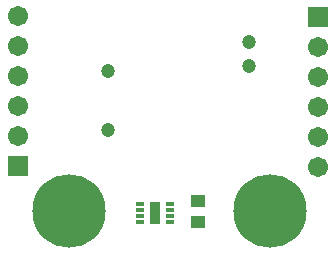
<source format=gts>
G04*
G04 #@! TF.GenerationSoftware,Altium Limited,Altium Designer,18.1.9 (240)*
G04*
G04 Layer_Color=8388736*
%FSAX25Y25*%
%MOIN*%
G70*
G01*
G75*
%ADD16R,0.04737X0.03950*%
%ADD17R,0.03517X0.07296*%
%ADD18R,0.02965X0.01784*%
%ADD19C,0.04737*%
%ADD20C,0.06706*%
%ADD21R,0.06706X0.06706*%
%ADD22C,0.24422*%
D16*
X0571642Y0187205D02*
D03*
Y0180330D02*
D03*
D17*
X0557002Y0183224D02*
D03*
D18*
X0562021Y0180272D02*
D03*
Y0182240D02*
D03*
Y0184209D02*
D03*
Y0186177D02*
D03*
X0551982Y0180272D02*
D03*
Y0182240D02*
D03*
Y0184209D02*
D03*
Y0186177D02*
D03*
D19*
X0588559Y0240374D02*
D03*
X0541315Y0230532D02*
D03*
Y0210846D02*
D03*
X0588559Y0232500D02*
D03*
D20*
X0511500Y0248900D02*
D03*
Y0238900D02*
D03*
Y0228900D02*
D03*
Y0218900D02*
D03*
Y0208900D02*
D03*
X0611400Y0198700D02*
D03*
Y0208700D02*
D03*
Y0218700D02*
D03*
Y0228700D02*
D03*
Y0238700D02*
D03*
D21*
X0511500Y0198900D02*
D03*
X0611400Y0248700D02*
D03*
D22*
X0595500Y0183900D02*
D03*
X0528600D02*
D03*
M02*

</source>
